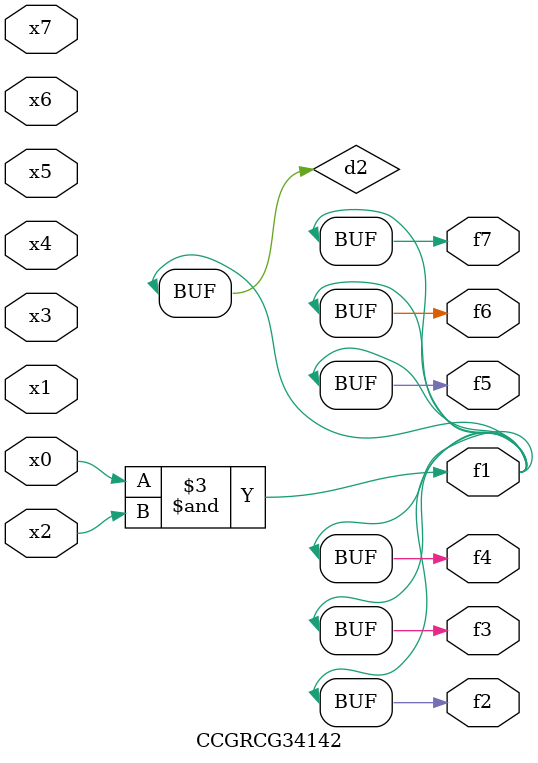
<source format=v>
module CCGRCG34142(
	input x0, x1, x2, x3, x4, x5, x6, x7,
	output f1, f2, f3, f4, f5, f6, f7
);

	wire d1, d2;

	nor (d1, x3, x6);
	and (d2, x0, x2);
	assign f1 = d2;
	assign f2 = d2;
	assign f3 = d2;
	assign f4 = d2;
	assign f5 = d2;
	assign f6 = d2;
	assign f7 = d2;
endmodule

</source>
